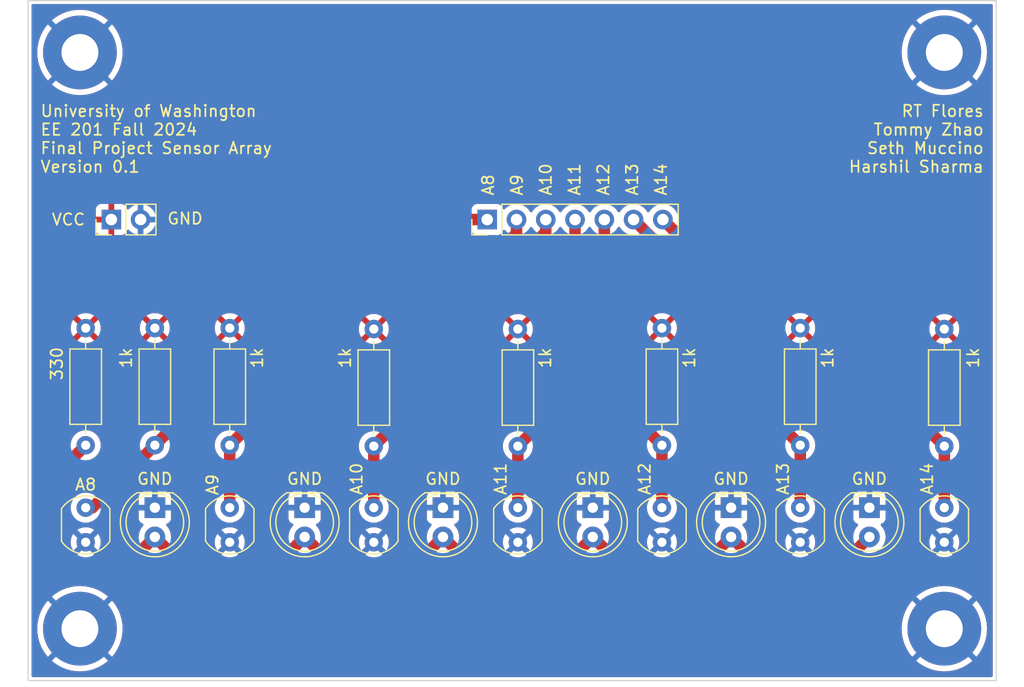
<source format=kicad_pcb>
(kicad_pcb (version 20240108) (generator "pcbnew") (generator_version "8.0")
  (layers (0 "F.Cu" signal) (31 "B.Cu" signal) (34 "B.Paste" user) (35 "F.Paste" user) (36 "B.SilkS" user "B.Silkscreen") (37 "F.SilkS" user "F.Silkscreen") (38 "B.Mask" user) (39 "F.Mask" user) (44 "Edge.Cuts" user))
  (net 0 "")
  (net 1 "Net-(D1-A)")
  (net 2 "GND")
  (net 3 "/A14")
  (net 4 "/A9")
  (net 5 "/A12")
  (net 6 "/A13")
  (net 7 "/A10")
  (net 8 "/A8")
  (net 9 "/A11")
  (net 10 "VCC")
  (footprint "OptoDevice:R_LDR_5.0x4.1mm_P3mm_Vertical" (layer "F.Cu") (at 158 100 -90)
    (property "Reference" "A13" (at -2.5 1.5 90) (layer "F.SilkS"))
    (property "Value" "R_Photo")
    (fp_line (start 0.1 2.1) (end 2.9 2.1) (stroke (width 0.12)) (layer "F.SilkS"))
    (fp_line (start 0.1 -2.1) (end 2.9 -2.1) (stroke (width 0.12)) (layer "F.SilkS"))
    (fp_arc (start 0.1 2.1) (mid -1.023872 -0.008372) (end 0.113963 -2.109242) (stroke (width 0.12)) (layer "F.SilkS"))
    (fp_arc (start 2.9 -2.1) (mid 4.023872 0.008372) (end 2.886037 2.109242) (stroke (width 0.12)) (layer "F.SilkS"))
    (pad "1" thru_hole circle (at 0 0 270) (size 1.6 1.6) (drill 0.8) (layers "*.Cu" "*.Mask") (net 6 "/A13"))
    (pad "2" thru_hole circle (at 3 0 270) (size 1.6 1.6) (drill 0.8) (layers "*.Cu" "*.Mask") (net 2 "GND"))
  )
  (footprint "LED_THT:LED_D5.0mm" (layer "F.Cu") (at 164 100 -90)
    (property "Reference" "GND" (at -2.5 0 0) (layer "F.SilkS"))
    (property "Value" "LED")
    (fp_line (start -1.29 -1.545) (end -1.29 1.545) (stroke (width 0.12)) (layer "F.SilkS"))
    (fp_arc (start 4.26 -0.000462) (mid 2.072002 2.880433) (end -1.29 1.54483) (stroke (width 0.12)) (layer "F.SilkS"))
    (fp_arc (start -1.29 -1.54483) (mid 2.072002 -2.880433) (end 4.26 0.000462) (stroke (width 0.12)) (layer "F.SilkS"))
    (fp_circle (center 1.27 0) (end 3.77 0) (stroke (width 0.12)) (fill none) (layer "F.SilkS"))
    (pad "1" thru_hole rect (at 0 0 270) (size 1.8 1.8) (drill 0.9) (layers "*.Cu" "*.Mask") (net 2 "GND"))
    (pad "2" thru_hole circle (at 2.54 0 270) (size 1.8 1.8) (drill 0.9) (layers "*.Cu" "*.Mask") (net 1 "Net-(D1-A)"))
  )
  (footprint "OptoDevice:R_LDR_5.0x4.1mm_P3mm_Vertical" (layer "F.Cu") (at 133.5 100 -90)
    (property "Reference" "A11" (at -2.5 1.5 90) (layer "F.SilkS"))
    (property "Value" "R_Photo")
    (fp_line (start 0.1 2.1) (end 2.9 2.1) (stroke (width 0.12)) (layer "F.SilkS"))
    (fp_line (start 0.1 -2.1) (end 2.9 -2.1) (stroke (width 0.12)) (layer "F.SilkS"))
    (fp_arc (start 0.1 2.1) (mid -1.023872 -0.008372) (end 0.113963 -2.109242) (stroke (width 0.12)) (layer "F.SilkS"))
    (fp_arc (start 2.9 -2.1) (mid 4.023872 0.008372) (end 2.886037 2.109242) (stroke (width 0.12)) (layer "F.SilkS"))
    (pad "1" thru_hole circle (at 0 0 270) (size 1.6 1.6) (drill 0.8) (layers "*.Cu" "*.Mask") (net 9 "/A11"))
    (pad "2" thru_hole circle (at 3 0 270) (size 1.6 1.6) (drill 0.8) (layers "*.Cu" "*.Mask") (net 2 "GND"))
  )
  (footprint "OptoDevice:R_LDR_5.0x4.1mm_P3mm_Vertical" (layer "F.Cu") (at 146 100 -90)
    (property "Reference" "A12" (at -2.5 1.5 90) (layer "F.SilkS"))
    (property "Value" "R_Photo")
    (fp_line (start 0.1 2.1) (end 2.9 2.1) (stroke (width 0.12)) (layer "F.SilkS"))
    (fp_line (start 0.1 -2.1) (end 2.9 -2.1) (stroke (width 0.12)) (layer "F.SilkS"))
    (fp_arc (start 0.1 2.1) (mid -1.023872 -0.008372) (end 0.113963 -2.109242) (stroke (width 0.12)) (layer "F.SilkS"))
    (fp_arc (start 2.9 -2.1) (mid 4.023872 0.008372) (end 2.886037 2.109242) (stroke (width 0.12)) (layer "F.SilkS"))
    (pad "1" thru_hole circle (at 0 0 270) (size 1.6 1.6) (drill 0.8) (layers "*.Cu" "*.Mask") (net 5 "/A12"))
    (pad "2" thru_hole circle (at 3 0 270) (size 1.6 1.6) (drill 0.8) (layers "*.Cu" "*.Mask") (net 2 "GND"))
  )
  (footprint "Connector_PinHeader_2.54mm:PinHeader_1x02_P2.54mm_Vertical" (layer "F.Cu") (at 98.225 75 90)
    (property "Reference" "VCC" (at 0 -3.725 180) (layer "F.SilkS"))
    (property "Value" "Conn_01x02_Pin")
    (fp_line (start -1.33 -1.33) (end 0 -1.33) (stroke (width 0.12)) (layer "F.SilkS"))
    (fp_line (start -1.33 0) (end -1.33 -1.33) (stroke (width 0.12)) (layer "F.SilkS"))
    (fp_line (start 1.33 1.27) (end 1.33 3.87) (stroke (width 0.12)) (layer "F.SilkS"))
    (fp_line (start -1.33 1.27) (end 1.33 1.27) (stroke (width 0.12)) (layer "F.SilkS"))
    (fp_line (start -1.33 1.27) (end -1.33 3.87) (stroke (width 0.12)) (layer "F.SilkS"))
    (fp_line (start -1.33 3.87) (end 1.33 3.87) (stroke (width 0.12)) (layer "F.SilkS"))
    (pad "1" thru_hole rect (at 0 0 90) (size 1.7 1.7) (drill 1) (layers "*.Cu" "*.Mask") (net 10 "VCC"))
    (pad "2" thru_hole oval (at 0 2.54 90) (size 1.7 1.7) (drill 1) (layers "*.Cu" "*.Mask") (net 2 "GND"))
  )
  (footprint "MountingHole:MountingHole_3.2mm_M3_Pad" (layer "F.Cu") (at 95.5 110.5)
    (property "Reference" "H4" (hide yes))
    (property "Value" "MountingHole_Pad")
    (pad "1" thru_hole circle (at 0 0) (size 6.4 6.4) (drill 3.2) (layers "*.Cu" "*.Mask") (net 2 "GND"))
  )
  (footprint "LED_THT:LED_D5.0mm" (layer "F.Cu") (at 140 100 -90)
    (property "Reference" "GND" (at -2.5 0 0) (layer "F.SilkS"))
    (property "Value" "LED")
    (fp_line (start -1.29 -1.545) (end -1.29 1.545) (stroke (width 0.12)) (layer "F.SilkS"))
    (fp_arc (start 4.26 -0.000462) (mid 2.072002 2.880433) (end -1.29 1.54483) (stroke (width 0.12)) (layer "F.SilkS"))
    (fp_arc (start -1.29 -1.54483) (mid 2.072002 -2.880433) (end 4.26 0.000462) (stroke (width 0.12)) (layer "F.SilkS"))
    (fp_circle (center 1.27 0) (end 3.77 0) (stroke (width 0.12)) (fill none) (layer "F.SilkS"))
    (pad "1" thru_hole rect (at 0 0 270) (size 1.8 1.8) (drill 0.9) (layers "*.Cu" "*.Mask") (net 2 "GND"))
    (pad "2" thru_hole circle (at 2.54 0 270) (size 1.8 1.8) (drill 0.9) (layers "*.Cu" "*.Mask") (net 1 "Net-(D1-A)"))
  )
  (footprint "LED_THT:LED_D5.0mm" (layer "F.Cu") (at 127 100 -90)
    (property "Reference" "GND" (at -2.5 0 0) (layer "F.SilkS"))
    (property "Value" "LED")
    (fp_line (start -1.29 -1.545) (end -1.29 1.545) (stroke (width 0.12)) (layer "F.SilkS"))
    (fp_arc (start 4.26 -0.000462) (mid 2.072002 2.880433) (end -1.29 1.54483) (stroke (width 0.12)) (layer "F.SilkS"))
    (fp_arc (start -1.29 -1.54483) (mid 2.072002 -2.880433) (end 4.26 0.000462) (stroke (width 0.12)) (layer "F.SilkS"))
    (fp_circle (center 1.27 0) (end 3.77 0) (stroke (width 0.12)) (fill none) (layer "F.SilkS"))
    (pad "1" thru_hole rect (at 0 0 270) (size 1.8 1.8) (drill 0.9) (layers "*.Cu" "*.Mask") (net 2 "GND"))
    (pad "2" thru_hole circle (at 2.54 0 270) (size 1.8 1.8) (drill 0.9) (layers "*.Cu" "*.Mask") (net 1 "Net-(D1-A)"))
  )
  (footprint "Resistor_THT:R_Axial_DIN0207_L6.3mm_D2.5mm_P10.16mm_Horizontal" (layer "F.Cu") (at 158 84.42 -90)
    (property "Reference" "1k" (at 2.58 -2.37 90) (layer "F.SilkS"))
    (property "Value" "1k")
    (fp_line (start 1.81 1.37) (end 8.35 1.37) (stroke (width 0.12)) (layer "F.SilkS"))
    (fp_line (start 8.35 1.37) (end 8.35 -1.37) (stroke (width 0.12)) (layer "F.SilkS"))
    (fp_line (start 1.04 0) (end 1.81 0) (stroke (width 0.12)) (layer "F.SilkS"))
    (fp_line (start 9.12 0) (end 8.35 0) (stroke (width 0.12)) (layer "F.SilkS"))
    (fp_line (start 1.81 -1.37) (end 1.81 1.37) (stroke (width 0.12)) (layer "F.SilkS"))
    (fp_line (start 8.35 -1.37) (end 1.81 -1.37) (stroke (width 0.12)) (layer "F.SilkS"))
    (pad "1" thru_hole circle (at 0 0 270) (size 1.6 1.6) (drill 0.8) (layers "*.Cu" "*.Mask") (net 10 "VCC"))
    (pad "2" thru_hole oval (at 10.16 0 270) (size 1.6 1.6) (drill 0.8) (layers "*.Cu" "*.Mask") (net 6 "/A13"))
  )
  (footprint "OptoDevice:R_LDR_5.0x4.1mm_P3mm_Vertical" (layer "F.Cu") (at 108.5 100 -90)
    (property "Reference" "A9" (at -2 1.5 90) (layer "F.SilkS"))
    (property "Value" "R_Photo")
    (fp_line (start 0.1 2.1) (end 2.9 2.1) (stroke (width 0.12)) (layer "F.SilkS"))
    (fp_line (start 0.1 -2.1) (end 2.9 -2.1) (stroke (width 0.12)) (layer "F.SilkS"))
    (fp_arc (start 0.1 2.1) (mid -1.023872 -0.008372) (end 0.113963 -2.109242) (stroke (width 0.12)) (layer "F.SilkS"))
    (fp_arc (start 2.9 -2.1) (mid 4.023872 0.008372) (end 2.886037 2.109242) (stroke (width 0.12)) (layer "F.SilkS"))
    (pad "1" thru_hole circle (at 0 0 270) (size 1.6 1.6) (drill 0.8) (layers "*.Cu" "*.Mask") (net 4 "/A9"))
    (pad "2" thru_hole circle (at 3 0 270) (size 1.6 1.6) (drill 0.8) (layers "*.Cu" "*.Mask") (net 2 "GND"))
  )
  (footprint "MountingHole:MountingHole_3.2mm_M3_Pad" (layer "F.Cu") (at 170.5 110.5)
    (property "Reference" "H1" (hide yes))
    (property "Value" "MountingHole_Pad")
    (pad "1" thru_hole circle (at 0 0) (size 6.4 6.4) (drill 3.2) (layers "*.Cu" "*.Mask") (net 2 "GND"))
  )
  (footprint "LED_THT:LED_D5.0mm" (layer "F.Cu") (at 152 100 -90)
    (property "Reference" "GND" (at -2.5 0 0) (layer "F.SilkS"))
    (property "Value" "LED")
    (fp_line (start -1.29 -1.545) (end -1.29 1.545) (stroke (width 0.12)) (layer "F.SilkS"))
    (fp_arc (start 4.26 -0.000462) (mid 2.072002 2.880433) (end -1.29 1.54483) (stroke (width 0.12)) (layer "F.SilkS"))
    (fp_arc (start -1.29 -1.54483) (mid 2.072002 -2.880433) (end 4.26 0.000462) (stroke (width 0.12)) (layer "F.SilkS"))
    (fp_circle (center 1.27 0) (end 3.77 0) (stroke (width 0.12)) (fill none) (layer "F.SilkS"))
    (pad "1" thru_hole rect (at 0 0 270) (size 1.8 1.8) (drill 0.9) (layers "*.Cu" "*.Mask") (net 2 "GND"))
    (pad "2" thru_hole circle (at 2.54 0 270) (size 1.8 1.8) (drill 0.9) (layers "*.Cu" "*.Mask") (net 1 "Net-(D1-A)"))
  )
  (footprint "OptoDevice:R_LDR_5.0x4.1mm_P3mm_Vertical" (layer "F.Cu") (at 170.5 100 -90)
    (property "Reference" "A14" (at -2.5 1.5 90) (layer "F.SilkS"))
    (property "Value" "R_Photo")
    (fp_line (start 0.1 2.1) (end 2.9 2.1) (stroke (width 0.12)) (layer "F.SilkS"))
    (fp_line (start 0.1 -2.1) (end 2.9 -2.1) (stroke (width 0.12)) (layer "F.SilkS"))
    (fp_arc (start 0.1 2.1) (mid -1.023872 -0.008372) (end 0.113963 -2.109242) (stroke (width 0.12)) (layer "F.SilkS"))
    (fp_arc (start 2.9 -2.1) (mid 4.023872 0.008372) (end 2.886037 2.109242) (stroke (width 0.12)) (layer "F.SilkS"))
    (pad "1" thru_hole circle (at 0 0 270) (size 1.6 1.6) (drill 0.8) (layers "*.Cu" "*.Mask") (net 3 "/A14"))
    (pad "2" thru_hole circle (at 3 0 270) (size 1.6 1.6) (drill 0.8) (layers "*.Cu" "*.Mask") (net 2 "GND"))
  )
  (footprint "Resistor_THT:R_Axial_DIN0207_L6.3mm_D2.5mm_P10.16mm_Horizontal" (layer "F.Cu") (at 102 84.42 -90)
    (property "Reference" "1k" (at 2.58 2.5 90) (layer "F.SilkS"))
    (property "Value" "1k")
    (fp_line (start 1.81 1.37) (end 8.35 1.37) (stroke (width 0.12)) (layer "F.SilkS"))
    (fp_line (start 8.35 1.37) (end 8.35 -1.37) (stroke (width 0.12)) (layer "F.SilkS"))
    (fp_line (start 1.04 0) (end 1.81 0) (stroke (width 0.12)) (layer "F.SilkS"))
    (fp_line (start 9.12 0) (end 8.35 0) (stroke (width 0.12)) (layer "F.SilkS"))
    (fp_line (start 1.81 -1.37) (end 1.81 1.37) (stroke (width 0.12)) (layer "F.SilkS"))
    (fp_line (start 8.35 -1.37) (end 1.81 -1.37) (stroke (width 0.12)) (layer "F.SilkS"))
    (pad "1" thru_hole circle (at 0 0 270) (size 1.6 1.6) (drill 0.8) (layers "*.Cu" "*.Mask") (net 10 "VCC"))
    (pad "2" thru_hole oval (at 10.16 0 270) (size 1.6 1.6) (drill 0.8) (layers "*.Cu" "*.Mask") (net 8 "/A8"))
  )
  (footprint "Resistor_THT:R_Axial_DIN0207_L6.3mm_D2.5mm_P10.16mm_Horizontal" (layer "F.Cu") (at 170.5 84.5 -90)
    (property "Reference" "1k" (at 2.5 -2.5 90) (layer "F.SilkS"))
    (property "Value" "1k")
    (fp_line (start 1.81 1.37) (end 8.35 1.37) (stroke (width 0.12)) (layer "F.SilkS"))
    (fp_line (start 8.35 1.37) (end 8.35 -1.37) (stroke (width 0.12)) (layer "F.SilkS"))
    (fp_line (start 1.04 0) (end 1.81 0) (stroke (width 0.12)) (layer "F.SilkS"))
    (fp_line (start 9.12 0) (end 8.35 0) (stroke (width 0.12)) (layer "F.SilkS"))
    (fp_line (start 1.81 -1.37) (end 1.81 1.37) (stroke (width 0.12)) (layer "F.SilkS"))
    (fp_line (start 8.35 -1.37) (end 1.81 -1.37) (stroke (width 0.12)) (layer "F.SilkS"))
    (pad "1" thru_hole circle (at 0 0 270) (size 1.6 1.6) (drill 0.8) (layers "*.Cu" "*.Mask") (net 10 "VCC"))
    (pad "2" thru_hole oval (at 10.16 0 270) (size 1.6 1.6) (drill 0.8) (layers "*.Cu" "*.Mask") (net 3 "/A14"))
  )
  (footprint "LED_THT:LED_D5.0mm" (layer "F.Cu") (at 102 100 -90)
    (property "Reference" "GND" (at -2.5 0 0) (layer "F.SilkS"))
    (property "Value" "LED")
    (fp_line (start -1.29 -1.545) (end -1.29 1.545) (stroke (width 0.12)) (layer "F.SilkS"))
    (fp_arc (start 4.26 -0.000462) (mid 2.072002 2.880433) (end -1.29 1.54483) (stroke (width 0.12)) (layer "F.SilkS"))
    (fp_arc (start -1.29 -1.54483) (mid 2.072002 -2.880433) (end 4.26 0.000462) (stroke (width 0.12)) (layer "F.SilkS"))
    (fp_circle (center 1.27 0) (end 3.77 0) (stroke (width 0.12)) (fill none) (layer "F.SilkS"))
    (pad "1" thru_hole rect (at 0 0 270) (size 1.8 1.8) (drill 0.9) (layers "*.Cu" "*.Mask") (net 2 "GND"))
    (pad "2" thru_hole circle (at 2.54 0 270) (size 1.8 1.8) (drill 0.9) (layers "*.Cu" "*.Mask") (net 1 "Net-(D1-A)"))
  )
  (footprint "Connector_PinHeader_2.54mm:PinHeader_1x07_P2.54mm_Vertical" (layer "F.Cu") (at 130.84 75 90)
    (property "Reference" "J1" (hide yes))
    (property "Value" "Conn_01x07_Pin")
    (fp_line (start -1.33 -1.33) (end 0 -1.33) (stroke (width 0.12)) (layer "F.SilkS"))
    (fp_line (start -1.33 0) (end -1.33 -1.33) (stroke (width 0.12)) (layer "F.SilkS"))
    (fp_line (start 1.33 1.27) (end 1.33 16.57) (stroke (width 0.12)) (layer "F.SilkS"))
    (fp_line (start -1.33 1.27) (end 1.33 1.27) (stroke (width 0.12)) (layer "F.SilkS"))
    (fp_line (start -1.33 1.27) (end -1.33 16.57) (stroke (width 0.12)) (layer "F.SilkS"))
    (fp_line (start -1.33 16.57) (end 1.33 16.57) (stroke (width 0.12)) (layer "F.SilkS"))
    (pad "1" thru_hole rect (at 0 0 90) (size 1.7 1.7) (drill 1) (layers "*.Cu" "*.Mask") (net 8 "/A8"))
    (pad "2" thru_hole oval (at 0 2.54 90) (size 1.7 1.7) (drill 1) (layers "*.Cu" "*.Mask") (net 4 "/A9"))
    (pad "3" thru_hole oval (at 0 5.08 90) (size 1.7 1.7) (drill 1) (layers "*.Cu" "*.Mask") (net 7 "/A10"))
    (pad "4" thru_hole oval (at 0 7.62 90) (size 1.7 1.7) (drill 1) (layers "*.Cu" "*.Mask") (net 9 "/A11"))
    (pad "5" thru_hole oval (at 0 10.16 90) (size 1.7 1.7) (drill 1) (layers "*.Cu" "*.Mask") (net 5 "/A12"))
    (pad "6" thru_hole oval (at 0 12.7 90) (size 1.7 1.7) (drill 1) (layers "*.Cu" "*.Mask") (net 6 "/A13"))
    (pad "7" thru_hole oval (at 0 15.24 90) (size 1.7 1.7) (drill 1) (layers "*.Cu" "*.Mask") (net 3 "/A14"))
  )
  (footprint "Resistor_THT:R_Axial_DIN0207_L6.3mm_D2.5mm_P10.16mm_Horizontal" (layer "F.Cu") (at 96 84.42 -90)
    (property "Reference" "330" (at 3.08 2.5 90) (layer "F.SilkS"))
    (property "Value" "330")
    (fp_line (start 1.81 1.37) (end 8.35 1.37) (stroke (width 0.12)) (layer "F.SilkS"))
    (fp_line (start 8.35 1.37) (end 8.35 -1.37) (stroke (width 0.12)) (layer "F.SilkS"))
    (fp_line (start 1.04 0) (end 1.81 0) (stroke (width 0.12)) (layer "F.SilkS"))
    (fp_line (start 9.12 0) (end 8.35 0) (stroke (width 0.12)) (layer "F.SilkS"))
    (fp_line (start 1.81 -1.37) (end 1.81 1.37) (stroke (width 0.12)) (layer "F.SilkS"))
    (fp_line (start 8.35 -1.37) (end 1.81 -1.37) (stroke (width 0.12)) (layer "F.SilkS"))
    (pad "1" thru_hole circle (at 0 0 270) (size 1.6 1.6) (drill 0.8) (layers "*.Cu" "*.Mask") (net 10 "VCC"))
    (pad "2" thru_hole oval (at 10.16 0 270) (size 1.6 1.6) (drill 0.8) (layers "*.Cu" "*.Mask") (net 1 "Net-(D1-A)"))
  )
  (footprint "MountingHole:MountingHole_3.2mm_M3_Pad" (layer "F.Cu") (at 95.5 60.5)
    (property "Reference" "H3" (hide yes))
    (property "Value" "MountingHole_Pad")
    (pad "1" thru_hole circle (at 0 0) (size 6.4 6.4) (drill 3.2) (layers "*.Cu" "*.Mask") (net 2 "GND"))
  )
  (footprint "MountingHole:MountingHole_3.2mm_M3_Pad" (layer "F.Cu") (at 170.5 60.5)
    (property "Reference" "H2" (hide yes))
    (property "Value" "MountingHole_Pad")
    (pad "1" thru_hole circle (at 0 0) (size 6.4 6.4) (drill 3.2) (layers "*.Cu" "*.Mask") (net 2 "GND"))
  )
  (footprint "OptoDevice:R_LDR_5.0x4.1mm_P3mm_Vertical" (layer "F.Cu") (at 121 100 -90)
    (property "Reference" "A10" (at -2.5 1.5 90) (layer "F.SilkS"))
    (property "Value" "R_Photo")
    (fp_line (start 0.1 2.1) (end 2.9 2.1) (stroke (width 0.12)) (layer "F.SilkS"))
    (fp_line (start 0.1 -2.1) (end 2.9 -2.1) (stroke (width 0.12)) (layer "F.SilkS"))
    (fp_arc (start 0.1 2.1) (mid -1.023872 -0.008372) (end 0.113963 -2.109242) (stroke (width 0.12)) (layer "F.SilkS"))
    (fp_arc (start 2.9 -2.1) (mid 4.023872 0.008372) (end 2.886037 2.109242) (stroke (width 0.12)) (layer "F.SilkS"))
    (pad "1" thru_hole circle (at 0 0 270) (size 1.6 1.6) (drill 0.8) (layers "*.Cu" "*.Mask") (net 7 "/A10"))
    (pad "2" thru_hole circle (at 3 0 270) (size 1.6 1.6) (drill 0.8) (layers "*.Cu" "*.Mask") (net 2 "GND"))
  )
  (footprint "Resistor_THT:R_Axial_DIN0207_L6.3mm_D2.5mm_P10.16mm_Horizontal" (layer "F.Cu") (at 121 84.5 -90)
    (property "Reference" "1k" (at 2.5 2.5 90) (layer "F.SilkS"))
    (property "Value" "1k")
    (fp_line (start 1.81 1.37) (end 8.35 1.37) (stroke (width 0.12)) (layer "F.SilkS"))
    (fp_line (start 8.35 1.37) (end 8.35 -1.37) (stroke (width 0.12)) (layer "F.SilkS"))
    (fp_line (start 1.04 0) (end 1.81 0) (stroke (width 0.12)) (layer "F.SilkS"))
    (fp_line (start 9.12 0) (end 8.35 0) (stroke (width 0.12)) (layer "F.SilkS"))
    (fp_line (start 1.81 -1.37) (end 1.81 1.37) (stroke (width 0.12)) (layer "F.SilkS"))
    (fp_line (start 8.35 -1.37) (end 1.81 -1.37) (stroke (width 0.12)) (layer "F.SilkS"))
    (pad "1" thru_hole circle (at 0 0 270) (size 1.6 1.6) (drill 0.8) (layers "*.Cu" "*.Mask") (net 10 "VCC"))
    (pad "2" thru_hole oval (at 10.16 0 270) (size 1.6 1.6) (drill 0.8) (layers "*.Cu" "*.Mask") (net 7 "/A10"))
  )
  (footprint "OptoDevice:R_LDR_5.0x4.1mm_P3mm_Vertical" (layer "F.Cu") (at 96 100 -90)
    (property "Reference" "A8" (at -2 0 0) (layer "F.SilkS"))
    (property "Value" "R_Photo")
    (fp_line (start 0.1 2.1) (end 2.9 2.1) (stroke (width 0.12)) (layer "F.SilkS"))
    (fp_line (start 0.1 -2.1) (end 2.9 -2.1) (stroke (width 0.12)) (layer "F.SilkS"))
    (fp_arc (start 0.1 2.1) (mid -1.023872 -0.008372) (end 0.113963 -2.109242) (stroke (width 0.12)) (layer "F.SilkS"))
    (fp_arc (start 2.9 -2.1) (mid 4.023872 0.008372) (end 2.886037 2.109242) (stroke (width 0.12)) (layer "F.SilkS"))
    (pad "1" thru_hole circle (at 0 0 270) (size 1.6 1.6) (drill 0.8) (layers "*.Cu" "*.Mask") (net 8 "/A8"))
    (pad "2" thru_hole circle (at 3 0 270) (size 1.6 1.6) (drill 0.8) (layers "*.Cu" "*.Mask") (net 2 "GND"))
  )
  (footprint "Resistor_THT:R_Axial_DIN0207_L6.3mm_D2.5mm_P10.16mm_Horizontal" (layer "F.Cu") (at 108.5 84.42 -90)
    (property "Reference" "1k" (at 2.58 -2.37 90) (layer "F.SilkS"))
    (property "Value" "1k")
    (fp_line (start 1.81 1.37) (end 8.35 1.37) (stroke (width 0.12)) (layer "F.SilkS"))
    (fp_line (start 8.35 1.37) (end 8.35 -1.37) (stroke (width 0.12)) (layer "F.SilkS"))
    (fp_line (start 1.04 0) (end 1.81 0) (stroke (width 0.12)) (layer "F.SilkS"))
    (fp_line (start 9.12 0) (end 8.35 0) (stroke (width 0.12)) (layer "F.SilkS"))
    (fp_line (start 1.81 -1.37) (end 1.81 1.37) (stroke (width 0.12)) (layer "F.SilkS"))
    (fp_line (start 8.35 -1.37) (end 1.81 -1.37) (stroke (width 0.12)) (layer "F.SilkS"))
    (pad "1" thru_hole circle (at 0 0 270) (size 1.6 1.6) (drill 0.8) (layers "*.Cu" "*.Mask") (net 10 "VCC"))
    (pad "2" thru_hole oval (at 10.16 0 270) (size 1.6 1.6) (drill 0.8) (layers "*.Cu" "*.Mask") (net 4 "/A9"))
  )
  (footprint "Resistor_THT:R_Axial_DIN0207_L6.3mm_D2.5mm_P10.16mm_Horizontal" (layer "F.Cu") (at 133.5 84.5 -90)
    (property "Reference" "1k" (at 2.5 -2.37 90) (layer "F.SilkS"))
    (property "Value" "1k")
    (fp_line (start 1.81 1.37) (end 8.35 1.37) (stroke (width 0.12)) (layer "F.SilkS"))
    (fp_line (start 8.35 1.37) (end 8.35 -1.37) (stroke (width 0.12)) (layer "F.SilkS"))
    (fp_line (start 1.04 0) (end 1.81 0) (stroke (width 0.12)) (layer "F.SilkS"))
    (fp_line (start 9.12 0) (end 8.35 0) (stroke (width 0.12)) (layer "F.SilkS"))
    (fp_line (start 1.81 -1.37) (end 1.81 1.37) (stroke (width 0.12)) (layer "F.SilkS"))
    (fp_line (start 8.35 -1.37) (end 1.81 -1.37) (stroke (width 0.12)) (layer "F.SilkS"))
    (pad "1" thru_hole circle (at 0 0 270) (size 1.6 1.6) (drill 0.8) (layers "*.Cu" "*.Mask") (net 10 "VCC"))
    (pad "2" thru_hole oval (at 10.16 0 270) (size 1.6 1.6) (drill 0.8) (layers "*.Cu" "*.Mask") (net 9 "/A11"))
  )
  (footprint "LED_THT:LED_D5.0mm" (layer "F.Cu") (at 115 100 -90)
    (property "Reference" "GND" (at -2.5 0 0) (layer "F.SilkS"))
    (property "Value" "LED")
    (fp_line (start -1.29 -1.545) (end -1.29 1.545) (stroke (width 0.12)) (layer "F.SilkS"))
    (fp_arc (start 4.26 -0.000462) (mid 2.072002 2.880433) (end -1.29 1.54483) (stroke (width 0.12)) (layer "F.SilkS"))
    (fp_arc (start -1.29 -1.54483) (mid 2.072002 -2.880433) (end 4.26 0.000462) (stroke (width 0.12)) (layer "F.SilkS"))
    (fp_circle (center 1.27 0) (end 3.77 0) (stroke (width 0.12)) (fill none) (layer "F.SilkS"))
    (pad "1" thru_hole rect (at 0 0 270) (size 1.8 1.8) (drill 0.9) (layers "*.Cu" "*.Mask") (net 2 "GND"))
    (pad "2" thru_hole circle (at 2.54 0 270) (size 1.8 1.8) (drill 0.9) (layers "*.Cu" "*.Mask") (net 1 "Net-(D1-A)"))
  )
  (footprint "Resistor_THT:R_Axial_DIN0207_L6.3mm_D2.5mm_P10.16mm_Horizontal" (layer "F.Cu") (at 146 84.42 -90)
    (property "Reference" "1k" (at 2.58 -2.37 90) (layer "F.SilkS"))
    (property "Value" "1k")
    (fp_line (start 1.81 1.37) (end 8.35 1.37) (stroke (width 0.12)) (layer "F.SilkS"))
    (fp_line (start 8.35 1.37) (end 8.35 -1.37) (stroke (width 0.12)) (layer "F.SilkS"))
    (fp_line (start 1.04 0) (end 1.81 0) (stroke (width 0.12)) (layer "F.SilkS"))
    (fp_line (start 9.12 0) (end 8.35 0) (stroke (width 0.12)) (layer "F.SilkS"))
    (fp_line (start 1.81 -1.37) (end 1.81 1.37) (stroke (width 0.12)) (layer "F.SilkS"))
    (fp_line (start 8.35 -1.37) (end 1.81 -1.37) (stroke (width 0.12)) (layer "F.SilkS"))
    (pad "1" thru_hole circle (at 0 0 270) (size 1.6 1.6) (drill 0.8) (layers "*.Cu" "*.Mask") (net 10 "VCC"))
    (pad "2" thru_hole oval (at 10.16 0 270) (size 1.6 1.6) (drill 0.8) (layers "*.Cu" "*.Mask") (net 5 "/A12"))
  )
  (gr_line (start 175 115) (end 175 56) (stroke (width 0.1)) (layer "Edge.Cuts"))
  (gr_line (start 91 115) (end 175 115) (stroke (width 0.1)) (layer "Edge.Cuts"))
  (gr_line (start 91 56) (end 91 115) (stroke (width 0.1)) (layer "Edge.Cuts"))
  (gr_line (start 175 56) (end 91 56) (stroke (width 0.1)) (layer "Edge.Cuts"))
  (gr_text "A13" (at 144 73 90) (layer "F.SilkS") (effects (font (size 1 1)) (justify left bottom)))
  (gr_text "RT Flores\nTommy Zhao\nSeth Muccino\nHarshil Sharma" (at 174 71 0) (layer "F.SilkS") (effects (font (size 1 1)) (justify right bottom)))
  (gr_text "A8\n" (at 131.5 73 90) (layer "F.SilkS") (effects (font (size 1 1)) (justify left bottom)))
  (gr_text "University of Washington\nEE 201 Fall 2024\nFinal Project Sensor Array\nVersion 0.1" (at 92 71 0) (layer "F.SilkS") (effects (font (size 1 1)) (justify left bottom)))
  (gr_text "GND" (at 103 75.5 0) (layer "F.SilkS") (effects (font (size 1 1)) (justify left bottom)))
  (gr_text "A14" (at 146.5 73 90) (layer "F.SilkS") (effects (font (size 1 1)) (justify left bottom)))
  (gr_text "A9" (at 134 73 90) (layer "F.SilkS") (effects (font (size 1 1)) (justify left bottom)))
  (gr_text "A11" (at 139 73 90) (layer "F.SilkS") (effects (font (size 1 1)) (justify left bottom)))
  (gr_text "A12\n" (at 141.5 73 90) (layer "F.SilkS") (effects (font (size 1 1)) (justify left bottom)))
  (gr_text "A10" (at 136.5 73 90) (layer "F.SilkS") (effects (font (size 1 1)) (justify left bottom)))
  (segment (start 124.54 105) (end 127 102.54) (width 1) (layer "F.Cu") (net 1))
  (segment (start 99.54 105) (end 104.46 105) (width 1) (layer "F.Cu") (net 1))
  (segment (start 161.54 105) (end 164 102.54) (width 1) (layer "F.Cu") (net 1))
  (segment (start 99.54 105) (end 102 102.54) (width 1) (layer "F.Cu") (net 1))
  (segment (start 112.54 105) (end 115 102.54) (width 1) (layer "F.Cu") (net 1))
  (segment (start 93 105) (end 99.54 105) (width 1) (layer "F.Cu") (net 1))
  (segment (start 117.46 105) (end 124.54 105) (width 1) (layer "F.Cu") (net 1))
  (segment (start 137.54 105) (end 140 102.54) (width 1) (layer "F.Cu") (net 1))
  (segment (start 127 102.54) (end 129.23 104.77) (width 1) (layer "F.Cu") (net 1))
  (segment (start 129.46 105) (end 137.54 105) (width 1) (layer "F.Cu") (net 1))
  (segment (start 102 102.54) (end 104.46 105) (width 1) (layer "F.Cu") (net 1))
  (segment (start 129.23 104.77) (end 129.46 105) (width 1) (layer "F.Cu") (net 1))
  (segment (start 137.54 105) (end 142.46 105) (width 1) (layer "F.Cu") (net 1))
  (segment (start 124.54 105) (end 129 105) (width 1) (layer "F.Cu") (net 1))
  (segment (start 149.54 105) (end 152 102.54) (width 1) (layer "F.Cu") (net 1))
  (segment (start 104.46 105) (end 112.54 105) (width 1) (layer "F.Cu") (net 1))
  (segment (start 152 102.54) (end 154.46 105) (width 1) (layer "F.Cu") (net 1))
  (segment (start 154.46 105) (end 161.54 105) (width 1) (layer "F.Cu") (net 1))
  (segment (start 115 102.54) (end 117.23 104.77) (width 1) (layer "F.Cu") (net 1))
  (segment (start 96 94.58) (end 93 97.58) (width 1) (layer "F.Cu") (net 1))
  (segment (start 129 105) (end 129.23 104.77) (width 1) (layer "F.Cu") (net 1))
  (segment (start 112.54 105) (end 117.46 105) (width 1) (layer "F.Cu") (net 1))
  (segment (start 140 102.54) (end 142.46 105) (width 1) (layer "F.Cu") (net 1))
  (segment (start 117.23 104.77) (end 117.46 105) (width 1) (layer "F.Cu") (net 1))
  (segment (start 149.54 105) (end 154.46 105) (width 1) (layer "F.Cu") (net 1))
  (segment (start 142.46 105) (end 149.54 105) (width 1) (layer "F.Cu") (net 1))
  (segment (start 93 97.58) (end 93 105) (width 1) (layer "F.Cu") (net 1))
  (segment (start 168 92.16) (end 170.5 94.66) (width 1) (layer "F.Cu") (net 3))
  (segment (start 146.08 75) (end 153.08 82) (width 1) (layer "F.Cu") (net 3))
  (segment (start 168 90) (end 168 92.16) (width 1) (layer "F.Cu") (net 3))
  (segment (start 170.5 94.66) (end 170.5 100) (width 1) (layer "F.Cu") (net 3))
  (segment (start 153.08 82) (end 160 82) (width 1) (layer "F.Cu") (net 3))
  (segment (start 160 82) (end 168 90) (width 1) (layer "F.Cu") (net 3))
  (segment (start 119 82) (end 127.582081 82) (width 1) (layer "F.Cu") (net 4))
  (segment (start 127.582081 82) (end 133.38 76.202081) (width 1) (layer "F.Cu") (net 4))
  (segment (start 133.38 76.202081) (end 133.38 75) (width 1) (layer "F.Cu") (net 4))
  (segment (start 112 91.08) (end 112 89) (width 1) (layer "F.Cu") (net 4))
  (segment (start 108.5 94.58) (end 112 91.08) (width 1) (layer "F.Cu") (net 4))
  (segment (start 112 89) (end 119 82) (width 1) (layer "F.Cu") (net 4))
  (segment (start 108.5 94.58) (end 108.5 100) (width 1) (layer "F.Cu") (net 4))
  (segment (start 141 75) (end 141 89.58) (width 1) (layer "F.Cu") (net 5))
  (segment (start 141 89.58) (end 146 94.58) (width 1) (layer "F.Cu") (net 5))
  (segment (start 146 94.58) (end 146 100) (width 1) (layer "F.Cu") (net 5))
  (segment (start 143.54 75) (end 155 86.46) (width 1) (layer "F.Cu") (net 6))
  (segment (start 155 91.58) (end 158 94.58) (width 1) (layer "F.Cu") (net 6))
  (segment (start 155 86.46) (end 155 91.58) (width 1) (layer "F.Cu") (net 6))
  (segment (start 158 94.58) (end 158 100) (width 1) (layer "F.Cu") (net 6))
  (segment (start 121 94.66) (end 121 100) (width 1) (layer "F.Cu") (net 7))
  (segment (start 124 88) (end 124 91.66) (width 1) (layer "F.Cu") (net 7))
  (segment (start 135.92 76.08) (end 124 88) (width 1) (layer "F.Cu") (net 7))
  (segment (start 124 91.66) (end 121 94.66) (width 1) (layer "F.Cu") (net 7))
  (segment (start 135.92 75) (end 135.92 76.08) (width 1) (layer "F.Cu") (net 7))
  (segment (start 96.58 100) (end 102 94.58) (width 1) (layer "F.Cu") (net 8))
  (segment (start 102 94.58) (end 105 91.58) (width 1) (layer "F.Cu") (net 8))
  (segment (start 105 91.58) (end 105 84) (width 1) (layer "F.Cu") (net 8))
  (segment (start 96 100) (end 96.58 100) (width 1) (layer "F.Cu") (net 8))
  (segment (start 105 84) (end 114 75) (width 1) (layer "F.Cu") (net 8))
  (segment (start 130.84 75) (end 130.84 75.16) (width 0.25) (layer "F.Cu") (net 8))
  (segment (start 114 75) (end 130.84 75) (width 1) (layer "F.Cu") (net 8))
  (segment (start 138.46 89.7) (end 133.5 94.66) (width 1) (layer "F.Cu") (net 9))
  (segment (start 138.46 75) (end 138.46 89.7) (width 1) (layer "F.Cu") (net 9))
  (segment (start 133.5 94.66) (end 133.5 100) (width 1) (layer "F.Cu") (net 9))
  (zone (net 10) (net_name "VCC") (layer "F.Cu") (priority 1) (connect_pads (clearance 0.5)) (min_thickness 0.25) (fill yes (thermal_gap 0.5) (thermal_bridge_width 0.5))
    (polygon (pts (xy 91 115) (xy 91 56) (xy 175 56) (xy 175 115)))
  )
  (zone (net 2) (net_name "GND") (layer "B.Cu") (connect_pads (clearance 0.5)) (min_thickness 0.25) (fill yes (thermal_gap 0.5) (thermal_bridge_width 0.5))
    (polygon (pts (xy 91 115) (xy 91 56) (xy 175 56) (xy 175 115)))
  )
)
</source>
